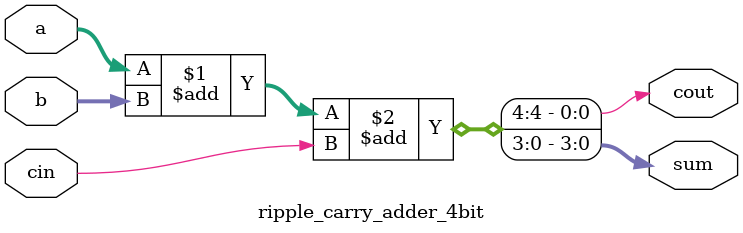
<source format=v>
module ripple_carry_adder_4bit (
    input [3:0] a,
    input [3:0] b,
    input cin,
    output [3:0] sum,
    output cout
);

assign {cout, sum} = a + b + cin; 

endmodule

</source>
